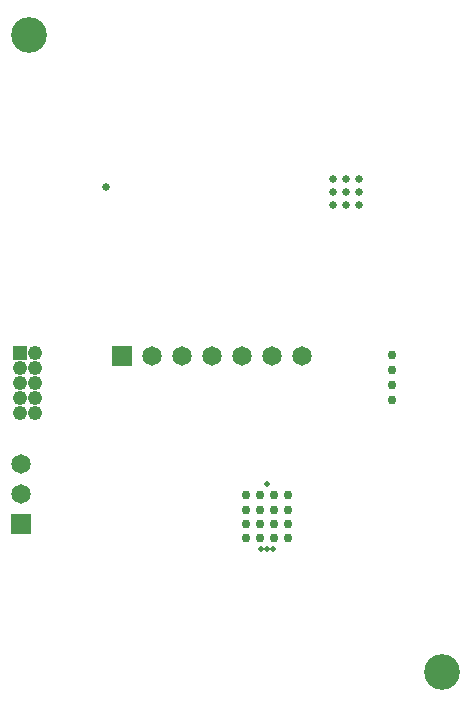
<source format=gbs>
G04*
G04 #@! TF.GenerationSoftware,Altium Limited,Altium Designer,18.1.6 (161)*
G04*
G04 Layer_Color=16711935*
%FSLAX25Y25*%
%MOIN*%
G70*
G01*
G75*
%ADD107C,0.04800*%
%ADD108R,0.04800X0.04800*%
%ADD109R,0.06506X0.06506*%
%ADD110C,0.06506*%
%ADD111R,0.06506X0.06506*%
%ADD112C,0.03000*%
%ADD113C,0.11900*%
%ADD114C,0.02568*%
%ADD139C,0.02000*%
D107*
X23500Y128000D02*
D03*
X18500Y108000D02*
D03*
X18500Y113000D02*
D03*
Y118000D02*
D03*
X18500Y123000D02*
D03*
X23500Y108000D02*
D03*
X23500Y113000D02*
D03*
X23500Y118000D02*
D03*
Y123000D02*
D03*
D108*
X18500Y128000D02*
D03*
D109*
X19000Y71000D02*
D03*
D110*
Y81000D02*
D03*
Y91000D02*
D03*
X72500Y127000D02*
D03*
X62500D02*
D03*
X82500D02*
D03*
X92500D02*
D03*
X102500D02*
D03*
X112500D02*
D03*
D111*
X52500D02*
D03*
D112*
X142550Y112500D02*
D03*
X142500Y117500D02*
D03*
X142550Y122500D02*
D03*
X142500Y127500D02*
D03*
X107963Y71162D02*
D03*
X98515D02*
D03*
X93790D02*
D03*
X107963Y80611D02*
D03*
X98515D02*
D03*
X107963Y75886D02*
D03*
X98515D02*
D03*
X107963Y66437D02*
D03*
X98515D02*
D03*
X93790Y80611D02*
D03*
Y75886D02*
D03*
Y66437D02*
D03*
X103239Y71162D02*
D03*
Y80611D02*
D03*
Y66437D02*
D03*
Y75886D02*
D03*
D113*
X21550Y234150D02*
D03*
X159050Y21650D02*
D03*
D114*
X131381Y185981D02*
D03*
Y181650D02*
D03*
Y177319D02*
D03*
X127050Y185981D02*
D03*
Y181650D02*
D03*
Y177319D02*
D03*
X122719Y185981D02*
D03*
Y181650D02*
D03*
Y177319D02*
D03*
X47050Y183548D02*
D03*
D139*
X98908Y62697D02*
D03*
X100877D02*
D03*
Y84351D02*
D03*
X102845Y62697D02*
D03*
M02*

</source>
